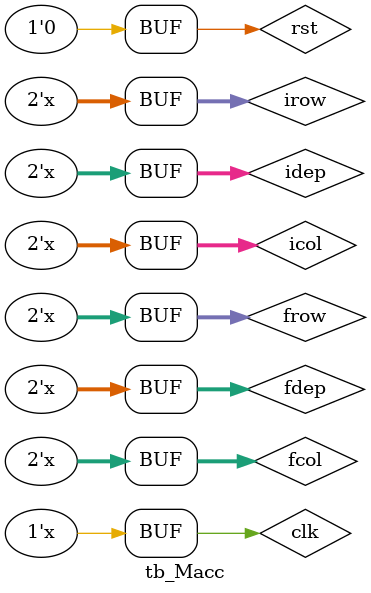
<source format=v>
`timescale 1ns / 1ps


module tb_Macc;

	// Inputs
	reg clk;
	reg rst;

	// row idx, col idx, depth idx of filter
	reg [1:0] frow;
	reg [1:0] fcol;
	reg [1:0] fdep;

	// row idx, col idx, depth idx of image
	reg [1:0] irow;
	reg [1:0] icol;
	reg [1:0] idep;

	// the image to be convolved
	reg [17:0] image[0:3][0:3][0:2];
	
	// current pixel of image to be used to multiply with filter weight 
	wire [17:0] image_pixel = image[irow][icol][idep];

	// Outputs
	wire [47:0] activation;

	// Instantiate the Unit Under Test (UUT)
	Macc uut (
		.clk(clk), 
		.rst(rst), 
		.frow(frow),
		.fcol(fcol),
		.fdep(fdep),
		.image_pixel(image_pixel),
		.activation(activation)
	);

	always #1 clk = ~clk;

	initial begin
		// Initialize Inputs
		clk = 0;
		rst = 1;

		// assigning random values to image matrix
		image[0][0][0] = 0;
		image[0][0][1] = 1;
		image[0][0][2] = 2;
		image[0][1][0] = 3;
		image[0][1][1] = 4;
		image[0][1][2] = 5;
		image[0][2][0] = 6;
		image[0][2][1] = 7;
		image[0][2][2] = 8;
		image[0][3][0] = 6;
		image[0][3][1] = 7;
		image[0][3][2] = 8;
		
		image[1][0][0] = 9;
		image[1][0][1] = 10;
		image[1][0][2] = 11;
		image[1][1][0] = 12;
		image[1][1][1] = 13;
		image[1][1][2] = 14;
		image[1][2][0] = 15;
		image[1][2][1] = 16;
		image[1][2][2] = 17;
		image[1][3][0] = 15;
		image[1][3][1] = 16;
		image[1][3][2] = 17;
		
		image[2][0][0] = 18;
		image[2][0][1] = 19;
		image[2][0][2] = 20;
		image[2][1][0] = 21;
		image[2][1][1] = 22;
		image[2][1][2] = 23;
		image[2][2][0] = 24;
		image[2][2][1] = 25;
		image[2][2][2] = 26;
		image[2][3][0] = 24;
		image[2][3][1] = 25;
		image[2][3][2] = 26;
		
		image[3][0][0] = 18;
		image[3][0][1] = 19;
		image[3][0][2] = 20;
		image[3][1][0] = 21;
		image[3][1][1] = 22;
		image[3][1][2] = 23;
		image[3][2][0] = 24;
		image[3][2][1] = 25;
		image[3][2][2] = 26;
		image[3][3][0] = 24;
		image[3][3][1] = 25;
		image[3][3][2] = 26;
		
		// Wait 100 ns for global reset to finish
		#100 rst = 0;

	end
	
	// to ensure first values at posedge clk are 00
	always @ (rst) begin
		if (rst) begin
			frow <= 2'b11;
			irow <= 2'b11;
			fcol <= 2'b11;	
			icol <= 2'b11;
			fdep <= 2'b10;	
			idep <= 2'b10;
		end
	end


	// move the filter
	always @ (posedge clk) begin
	
		if (!rst) begin
		
			// increase dep idx for current row, col pair
			idep <= idep + 2'b1;
			fdep <= fdep + 2'b1;
			
			
			// reached last depth. increase col idx now. reset dep idx to 0
			if (idep==2'b10) begin
			
				icol <= icol + 2'b1;
				fcol <= fcol + 2'b1;
				idep <= 2'b00;
				fdep <= 2'b00;
				
				// reached last col. increase row idx now. reset col idx to 0
				if (icol==2'b11) begin
				
					irow <= irow + 2'b1;
					frow <= frow + 2'b1;
					icol <= 2'b00;
					fcol <= 2'b00;
					
					// reached last row. done with conv
					if (irow==2'b11) begin
						irow <= 2'b00;
						frow <= 2'b00;
					end	// last row check
					
				end	// last col check
			
			end	// last dep check
		
		end	// rst check

	end	// always begin
	



	always @ (posedge clk) begin
	
		if (!rst) begin
		
			// increase dep idx for current row, col pair
			idep <= idep + 2'b1;
			fdep <= fdep + 2'b1;
			
			
			// reached last depth. increase col idx now. reset dep idx to 0
			if (idep==2'b10) begin
			
				icol <= icol + 2'b1;
				fcol <= fcol + 2'b1;
				idep <= 2'b00;
				fdep <= 2'b00;
				
				// reached last col. increase row idx now. reset col idx to 0
				if (icol==2'b11) begin
				
					irow <= irow + 2'b1;
					frow <= frow + 2'b1;
					icol <= 2'b00;
					fcol <= 2'b00;
					
					// reached last row. done with conv
					if (irow==2'b11) begin
						irow <= 2'b00;
						frow <= 2'b00;
					end	// last row check
					
				end	// last col check
			
			end	// last dep check
		
		end	// rst check

	end	// always begin
      
endmodule


</source>
